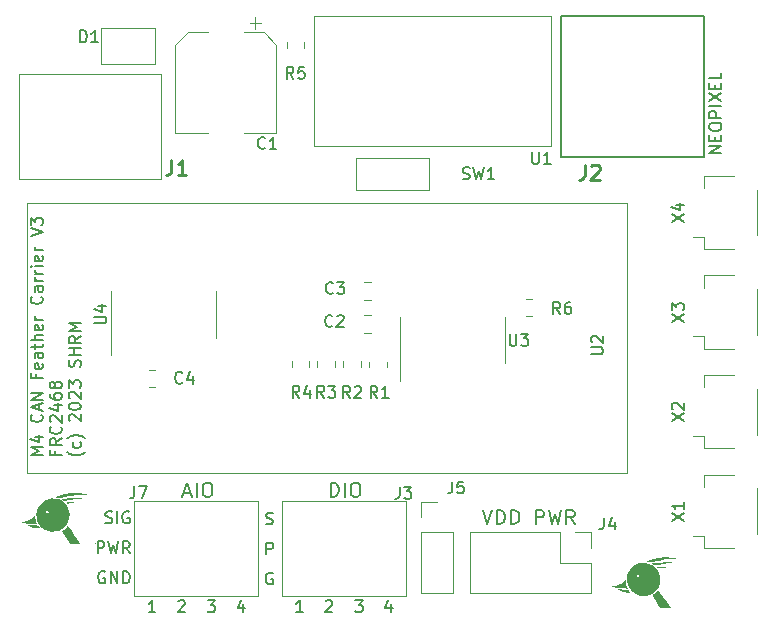
<source format=gbr>
%TF.GenerationSoftware,KiCad,Pcbnew,(6.0.8-1)-1*%
%TF.CreationDate,2023-01-29T13:44:33-06:00*%
%TF.ProjectId,M4_CAN_Feather_Carrier,4d345f43-414e-45f4-9665-61746865725f,rev?*%
%TF.SameCoordinates,Original*%
%TF.FileFunction,Legend,Top*%
%TF.FilePolarity,Positive*%
%FSLAX46Y46*%
G04 Gerber Fmt 4.6, Leading zero omitted, Abs format (unit mm)*
G04 Created by KiCad (PCBNEW (6.0.8-1)-1) date 2023-01-29 13:44:33*
%MOMM*%
%LPD*%
G01*
G04 APERTURE LIST*
%ADD10C,0.150000*%
%ADD11C,0.254000*%
%ADD12C,0.120000*%
%ADD13C,0.100000*%
%ADD14C,0.200000*%
G04 APERTURE END LIST*
D10*
X128314404Y-115724761D02*
X128457261Y-115772380D01*
X128695357Y-115772380D01*
X128790595Y-115724761D01*
X128838214Y-115677142D01*
X128885833Y-115581904D01*
X128885833Y-115486666D01*
X128838214Y-115391428D01*
X128790595Y-115343809D01*
X128695357Y-115296190D01*
X128504880Y-115248571D01*
X128409642Y-115200952D01*
X128362023Y-115153333D01*
X128314404Y-115058095D01*
X128314404Y-114962857D01*
X128362023Y-114867619D01*
X128409642Y-114820000D01*
X128504880Y-114772380D01*
X128742976Y-114772380D01*
X128885833Y-114820000D01*
X129314404Y-115772380D02*
X129314404Y-114772380D01*
X130314404Y-114820000D02*
X130219166Y-114772380D01*
X130076309Y-114772380D01*
X129933452Y-114820000D01*
X129838214Y-114915238D01*
X129790595Y-115010476D01*
X129742976Y-115200952D01*
X129742976Y-115343809D01*
X129790595Y-115534285D01*
X129838214Y-115629523D01*
X129933452Y-115724761D01*
X130076309Y-115772380D01*
X130171547Y-115772380D01*
X130314404Y-115724761D01*
X130362023Y-115677142D01*
X130362023Y-115343809D01*
X130171547Y-115343809D01*
X145035714Y-123302380D02*
X144464285Y-123302380D01*
X144750000Y-123302380D02*
X144750000Y-122302380D01*
X144654761Y-122445238D01*
X144559523Y-122540476D01*
X144464285Y-122588095D01*
X146964285Y-122397619D02*
X147011904Y-122350000D01*
X147107142Y-122302380D01*
X147345238Y-122302380D01*
X147440476Y-122350000D01*
X147488095Y-122397619D01*
X147535714Y-122492857D01*
X147535714Y-122588095D01*
X147488095Y-122730952D01*
X146916666Y-123302380D01*
X147535714Y-123302380D01*
X152490476Y-122635714D02*
X152490476Y-123302380D01*
X152252380Y-122254761D02*
X152014285Y-122969047D01*
X152633333Y-122969047D01*
X180452380Y-84433333D02*
X179452380Y-84433333D01*
X180452380Y-83861904D01*
X179452380Y-83861904D01*
X179928571Y-83385714D02*
X179928571Y-83052380D01*
X180452380Y-82909523D02*
X180452380Y-83385714D01*
X179452380Y-83385714D01*
X179452380Y-82909523D01*
X179452380Y-82290476D02*
X179452380Y-82100000D01*
X179500000Y-82004761D01*
X179595238Y-81909523D01*
X179785714Y-81861904D01*
X180119047Y-81861904D01*
X180309523Y-81909523D01*
X180404761Y-82004761D01*
X180452380Y-82100000D01*
X180452380Y-82290476D01*
X180404761Y-82385714D01*
X180309523Y-82480952D01*
X180119047Y-82528571D01*
X179785714Y-82528571D01*
X179595238Y-82480952D01*
X179500000Y-82385714D01*
X179452380Y-82290476D01*
X180452380Y-81433333D02*
X179452380Y-81433333D01*
X179452380Y-81052380D01*
X179500000Y-80957142D01*
X179547619Y-80909523D01*
X179642857Y-80861904D01*
X179785714Y-80861904D01*
X179880952Y-80909523D01*
X179928571Y-80957142D01*
X179976190Y-81052380D01*
X179976190Y-81433333D01*
X180452380Y-80433333D02*
X179452380Y-80433333D01*
X179452380Y-80052380D02*
X180452380Y-79385714D01*
X179452380Y-79385714D02*
X180452380Y-80052380D01*
X179928571Y-79004761D02*
X179928571Y-78671428D01*
X180452380Y-78528571D02*
X180452380Y-79004761D01*
X179452380Y-79004761D01*
X179452380Y-78528571D01*
X180452380Y-77623809D02*
X180452380Y-78100000D01*
X179452380Y-78100000D01*
X127647738Y-118312380D02*
X127647738Y-117312380D01*
X128028690Y-117312380D01*
X128123928Y-117360000D01*
X128171547Y-117407619D01*
X128219166Y-117502857D01*
X128219166Y-117645714D01*
X128171547Y-117740952D01*
X128123928Y-117788571D01*
X128028690Y-117836190D01*
X127647738Y-117836190D01*
X128552500Y-117312380D02*
X128790595Y-118312380D01*
X128981071Y-117598095D01*
X129171547Y-118312380D01*
X129409642Y-117312380D01*
X130362023Y-118312380D02*
X130028690Y-117836190D01*
X129790595Y-118312380D02*
X129790595Y-117312380D01*
X130171547Y-117312380D01*
X130266785Y-117360000D01*
X130314404Y-117407619D01*
X130362023Y-117502857D01*
X130362023Y-117645714D01*
X130314404Y-117740952D01*
X130266785Y-117788571D01*
X130171547Y-117836190D01*
X129790595Y-117836190D01*
X136966666Y-122302380D02*
X137585714Y-122302380D01*
X137252380Y-122683333D01*
X137395238Y-122683333D01*
X137490476Y-122730952D01*
X137538095Y-122778571D01*
X137585714Y-122873809D01*
X137585714Y-123111904D01*
X137538095Y-123207142D01*
X137490476Y-123254761D01*
X137395238Y-123302380D01*
X137109523Y-123302380D01*
X137014285Y-123254761D01*
X136966666Y-123207142D01*
X134950000Y-113200000D02*
X135521428Y-113200000D01*
X134835714Y-113542857D02*
X135235714Y-112342857D01*
X135635714Y-113542857D01*
X136035714Y-113542857D02*
X136035714Y-112342857D01*
X136835714Y-112342857D02*
X137064285Y-112342857D01*
X137178571Y-112400000D01*
X137292857Y-112514285D01*
X137350000Y-112742857D01*
X137350000Y-113142857D01*
X137292857Y-113371428D01*
X137178571Y-113485714D01*
X137064285Y-113542857D01*
X136835714Y-113542857D01*
X136721428Y-113485714D01*
X136607142Y-113371428D01*
X136550000Y-113142857D01*
X136550000Y-112742857D01*
X136607142Y-112514285D01*
X136721428Y-112400000D01*
X136835714Y-112342857D01*
X149466666Y-122302380D02*
X150085714Y-122302380D01*
X149752380Y-122683333D01*
X149895238Y-122683333D01*
X149990476Y-122730952D01*
X150038095Y-122778571D01*
X150085714Y-122873809D01*
X150085714Y-123111904D01*
X150038095Y-123207142D01*
X149990476Y-123254761D01*
X149895238Y-123302380D01*
X149609523Y-123302380D01*
X149514285Y-123254761D01*
X149466666Y-123207142D01*
X132535714Y-123302380D02*
X131964285Y-123302380D01*
X132250000Y-123302380D02*
X132250000Y-122302380D01*
X132154761Y-122445238D01*
X132059523Y-122540476D01*
X131964285Y-122588095D01*
X160257142Y-114642857D02*
X160657142Y-115842857D01*
X161057142Y-114642857D01*
X161457142Y-115842857D02*
X161457142Y-114642857D01*
X161742857Y-114642857D01*
X161914285Y-114700000D01*
X162028571Y-114814285D01*
X162085714Y-114928571D01*
X162142857Y-115157142D01*
X162142857Y-115328571D01*
X162085714Y-115557142D01*
X162028571Y-115671428D01*
X161914285Y-115785714D01*
X161742857Y-115842857D01*
X161457142Y-115842857D01*
X162657142Y-115842857D02*
X162657142Y-114642857D01*
X162942857Y-114642857D01*
X163114285Y-114700000D01*
X163228571Y-114814285D01*
X163285714Y-114928571D01*
X163342857Y-115157142D01*
X163342857Y-115328571D01*
X163285714Y-115557142D01*
X163228571Y-115671428D01*
X163114285Y-115785714D01*
X162942857Y-115842857D01*
X162657142Y-115842857D01*
X164771428Y-115842857D02*
X164771428Y-114642857D01*
X165228571Y-114642857D01*
X165342857Y-114700000D01*
X165400000Y-114757142D01*
X165457142Y-114871428D01*
X165457142Y-115042857D01*
X165400000Y-115157142D01*
X165342857Y-115214285D01*
X165228571Y-115271428D01*
X164771428Y-115271428D01*
X165857142Y-114642857D02*
X166142857Y-115842857D01*
X166371428Y-114985714D01*
X166600000Y-115842857D01*
X166885714Y-114642857D01*
X168028571Y-115842857D02*
X167628571Y-115271428D01*
X167342857Y-115842857D02*
X167342857Y-114642857D01*
X167800000Y-114642857D01*
X167914285Y-114700000D01*
X167971428Y-114757142D01*
X168028571Y-114871428D01*
X168028571Y-115042857D01*
X167971428Y-115157142D01*
X167914285Y-115214285D01*
X167800000Y-115271428D01*
X167342857Y-115271428D01*
X139990476Y-122635714D02*
X139990476Y-123302380D01*
X139752380Y-122254761D02*
X139514285Y-122969047D01*
X140133333Y-122969047D01*
X122992380Y-110014404D02*
X121992380Y-110014404D01*
X122706666Y-109681071D01*
X121992380Y-109347738D01*
X122992380Y-109347738D01*
X122325714Y-108442976D02*
X122992380Y-108442976D01*
X121944761Y-108681071D02*
X122659047Y-108919166D01*
X122659047Y-108300119D01*
X122897142Y-106585833D02*
X122944761Y-106633452D01*
X122992380Y-106776309D01*
X122992380Y-106871547D01*
X122944761Y-107014404D01*
X122849523Y-107109642D01*
X122754285Y-107157261D01*
X122563809Y-107204880D01*
X122420952Y-107204880D01*
X122230476Y-107157261D01*
X122135238Y-107109642D01*
X122040000Y-107014404D01*
X121992380Y-106871547D01*
X121992380Y-106776309D01*
X122040000Y-106633452D01*
X122087619Y-106585833D01*
X122706666Y-106204880D02*
X122706666Y-105728690D01*
X122992380Y-106300119D02*
X121992380Y-105966785D01*
X122992380Y-105633452D01*
X122992380Y-105300119D02*
X121992380Y-105300119D01*
X122992380Y-104728690D01*
X121992380Y-104728690D01*
X122468571Y-103157261D02*
X122468571Y-103490595D01*
X122992380Y-103490595D02*
X121992380Y-103490595D01*
X121992380Y-103014404D01*
X122944761Y-102252500D02*
X122992380Y-102347738D01*
X122992380Y-102538214D01*
X122944761Y-102633452D01*
X122849523Y-102681071D01*
X122468571Y-102681071D01*
X122373333Y-102633452D01*
X122325714Y-102538214D01*
X122325714Y-102347738D01*
X122373333Y-102252500D01*
X122468571Y-102204880D01*
X122563809Y-102204880D01*
X122659047Y-102681071D01*
X122992380Y-101347738D02*
X122468571Y-101347738D01*
X122373333Y-101395357D01*
X122325714Y-101490595D01*
X122325714Y-101681071D01*
X122373333Y-101776309D01*
X122944761Y-101347738D02*
X122992380Y-101442976D01*
X122992380Y-101681071D01*
X122944761Y-101776309D01*
X122849523Y-101823928D01*
X122754285Y-101823928D01*
X122659047Y-101776309D01*
X122611428Y-101681071D01*
X122611428Y-101442976D01*
X122563809Y-101347738D01*
X122325714Y-101014404D02*
X122325714Y-100633452D01*
X121992380Y-100871547D02*
X122849523Y-100871547D01*
X122944761Y-100823928D01*
X122992380Y-100728690D01*
X122992380Y-100633452D01*
X122992380Y-100300119D02*
X121992380Y-100300119D01*
X122992380Y-99871547D02*
X122468571Y-99871547D01*
X122373333Y-99919166D01*
X122325714Y-100014404D01*
X122325714Y-100157261D01*
X122373333Y-100252500D01*
X122420952Y-100300119D01*
X122944761Y-99014404D02*
X122992380Y-99109642D01*
X122992380Y-99300119D01*
X122944761Y-99395357D01*
X122849523Y-99442976D01*
X122468571Y-99442976D01*
X122373333Y-99395357D01*
X122325714Y-99300119D01*
X122325714Y-99109642D01*
X122373333Y-99014404D01*
X122468571Y-98966785D01*
X122563809Y-98966785D01*
X122659047Y-99442976D01*
X122992380Y-98538214D02*
X122325714Y-98538214D01*
X122516190Y-98538214D02*
X122420952Y-98490595D01*
X122373333Y-98442976D01*
X122325714Y-98347738D01*
X122325714Y-98252500D01*
X122897142Y-96585833D02*
X122944761Y-96633452D01*
X122992380Y-96776309D01*
X122992380Y-96871547D01*
X122944761Y-97014404D01*
X122849523Y-97109642D01*
X122754285Y-97157261D01*
X122563809Y-97204880D01*
X122420952Y-97204880D01*
X122230476Y-97157261D01*
X122135238Y-97109642D01*
X122040000Y-97014404D01*
X121992380Y-96871547D01*
X121992380Y-96776309D01*
X122040000Y-96633452D01*
X122087619Y-96585833D01*
X122992380Y-95728690D02*
X122468571Y-95728690D01*
X122373333Y-95776309D01*
X122325714Y-95871547D01*
X122325714Y-96062023D01*
X122373333Y-96157261D01*
X122944761Y-95728690D02*
X122992380Y-95823928D01*
X122992380Y-96062023D01*
X122944761Y-96157261D01*
X122849523Y-96204880D01*
X122754285Y-96204880D01*
X122659047Y-96157261D01*
X122611428Y-96062023D01*
X122611428Y-95823928D01*
X122563809Y-95728690D01*
X122992380Y-95252500D02*
X122325714Y-95252500D01*
X122516190Y-95252500D02*
X122420952Y-95204880D01*
X122373333Y-95157261D01*
X122325714Y-95062023D01*
X122325714Y-94966785D01*
X122992380Y-94633452D02*
X122325714Y-94633452D01*
X122516190Y-94633452D02*
X122420952Y-94585833D01*
X122373333Y-94538214D01*
X122325714Y-94442976D01*
X122325714Y-94347738D01*
X122992380Y-94014404D02*
X122325714Y-94014404D01*
X121992380Y-94014404D02*
X122040000Y-94062023D01*
X122087619Y-94014404D01*
X122040000Y-93966785D01*
X121992380Y-94014404D01*
X122087619Y-94014404D01*
X122944761Y-93157261D02*
X122992380Y-93252500D01*
X122992380Y-93442976D01*
X122944761Y-93538214D01*
X122849523Y-93585833D01*
X122468571Y-93585833D01*
X122373333Y-93538214D01*
X122325714Y-93442976D01*
X122325714Y-93252500D01*
X122373333Y-93157261D01*
X122468571Y-93109642D01*
X122563809Y-93109642D01*
X122659047Y-93585833D01*
X122992380Y-92681071D02*
X122325714Y-92681071D01*
X122516190Y-92681071D02*
X122420952Y-92633452D01*
X122373333Y-92585833D01*
X122325714Y-92490595D01*
X122325714Y-92395357D01*
X121992380Y-91442976D02*
X122992380Y-91109642D01*
X121992380Y-90776309D01*
X121992380Y-90538214D02*
X121992380Y-89919166D01*
X122373333Y-90252500D01*
X122373333Y-90109642D01*
X122420952Y-90014404D01*
X122468571Y-89966785D01*
X122563809Y-89919166D01*
X122801904Y-89919166D01*
X122897142Y-89966785D01*
X122944761Y-90014404D01*
X122992380Y-90109642D01*
X122992380Y-90395357D01*
X122944761Y-90490595D01*
X122897142Y-90538214D01*
X124078571Y-109681071D02*
X124078571Y-110014404D01*
X124602380Y-110014404D02*
X123602380Y-110014404D01*
X123602380Y-109538214D01*
X124602380Y-108585833D02*
X124126190Y-108919166D01*
X124602380Y-109157261D02*
X123602380Y-109157261D01*
X123602380Y-108776309D01*
X123650000Y-108681071D01*
X123697619Y-108633452D01*
X123792857Y-108585833D01*
X123935714Y-108585833D01*
X124030952Y-108633452D01*
X124078571Y-108681071D01*
X124126190Y-108776309D01*
X124126190Y-109157261D01*
X124507142Y-107585833D02*
X124554761Y-107633452D01*
X124602380Y-107776309D01*
X124602380Y-107871547D01*
X124554761Y-108014404D01*
X124459523Y-108109642D01*
X124364285Y-108157261D01*
X124173809Y-108204880D01*
X124030952Y-108204880D01*
X123840476Y-108157261D01*
X123745238Y-108109642D01*
X123650000Y-108014404D01*
X123602380Y-107871547D01*
X123602380Y-107776309D01*
X123650000Y-107633452D01*
X123697619Y-107585833D01*
X123697619Y-107204880D02*
X123650000Y-107157261D01*
X123602380Y-107062023D01*
X123602380Y-106823928D01*
X123650000Y-106728690D01*
X123697619Y-106681071D01*
X123792857Y-106633452D01*
X123888095Y-106633452D01*
X124030952Y-106681071D01*
X124602380Y-107252500D01*
X124602380Y-106633452D01*
X123935714Y-105776309D02*
X124602380Y-105776309D01*
X123554761Y-106014404D02*
X124269047Y-106252500D01*
X124269047Y-105633452D01*
X123602380Y-104823928D02*
X123602380Y-105014404D01*
X123650000Y-105109642D01*
X123697619Y-105157261D01*
X123840476Y-105252500D01*
X124030952Y-105300119D01*
X124411904Y-105300119D01*
X124507142Y-105252500D01*
X124554761Y-105204880D01*
X124602380Y-105109642D01*
X124602380Y-104919166D01*
X124554761Y-104823928D01*
X124507142Y-104776309D01*
X124411904Y-104728690D01*
X124173809Y-104728690D01*
X124078571Y-104776309D01*
X124030952Y-104823928D01*
X123983333Y-104919166D01*
X123983333Y-105109642D01*
X124030952Y-105204880D01*
X124078571Y-105252500D01*
X124173809Y-105300119D01*
X124030952Y-104157261D02*
X123983333Y-104252500D01*
X123935714Y-104300119D01*
X123840476Y-104347738D01*
X123792857Y-104347738D01*
X123697619Y-104300119D01*
X123650000Y-104252500D01*
X123602380Y-104157261D01*
X123602380Y-103966785D01*
X123650000Y-103871547D01*
X123697619Y-103823928D01*
X123792857Y-103776309D01*
X123840476Y-103776309D01*
X123935714Y-103823928D01*
X123983333Y-103871547D01*
X124030952Y-103966785D01*
X124030952Y-104157261D01*
X124078571Y-104252500D01*
X124126190Y-104300119D01*
X124221428Y-104347738D01*
X124411904Y-104347738D01*
X124507142Y-104300119D01*
X124554761Y-104252500D01*
X124602380Y-104157261D01*
X124602380Y-103966785D01*
X124554761Y-103871547D01*
X124507142Y-103823928D01*
X124411904Y-103776309D01*
X124221428Y-103776309D01*
X124126190Y-103823928D01*
X124078571Y-103871547D01*
X124030952Y-103966785D01*
X126593333Y-109728690D02*
X126545714Y-109776309D01*
X126402857Y-109871547D01*
X126307619Y-109919166D01*
X126164761Y-109966785D01*
X125926666Y-110014404D01*
X125736190Y-110014404D01*
X125498095Y-109966785D01*
X125355238Y-109919166D01*
X125260000Y-109871547D01*
X125117142Y-109776309D01*
X125069523Y-109728690D01*
X126164761Y-108919166D02*
X126212380Y-109014404D01*
X126212380Y-109204880D01*
X126164761Y-109300119D01*
X126117142Y-109347738D01*
X126021904Y-109395357D01*
X125736190Y-109395357D01*
X125640952Y-109347738D01*
X125593333Y-109300119D01*
X125545714Y-109204880D01*
X125545714Y-109014404D01*
X125593333Y-108919166D01*
X126593333Y-108585833D02*
X126545714Y-108538214D01*
X126402857Y-108442976D01*
X126307619Y-108395357D01*
X126164761Y-108347738D01*
X125926666Y-108300119D01*
X125736190Y-108300119D01*
X125498095Y-108347738D01*
X125355238Y-108395357D01*
X125260000Y-108442976D01*
X125117142Y-108538214D01*
X125069523Y-108585833D01*
X125307619Y-107109642D02*
X125260000Y-107062023D01*
X125212380Y-106966785D01*
X125212380Y-106728690D01*
X125260000Y-106633452D01*
X125307619Y-106585833D01*
X125402857Y-106538214D01*
X125498095Y-106538214D01*
X125640952Y-106585833D01*
X126212380Y-107157261D01*
X126212380Y-106538214D01*
X125212380Y-105919166D02*
X125212380Y-105823928D01*
X125260000Y-105728690D01*
X125307619Y-105681071D01*
X125402857Y-105633452D01*
X125593333Y-105585833D01*
X125831428Y-105585833D01*
X126021904Y-105633452D01*
X126117142Y-105681071D01*
X126164761Y-105728690D01*
X126212380Y-105823928D01*
X126212380Y-105919166D01*
X126164761Y-106014404D01*
X126117142Y-106062023D01*
X126021904Y-106109642D01*
X125831428Y-106157261D01*
X125593333Y-106157261D01*
X125402857Y-106109642D01*
X125307619Y-106062023D01*
X125260000Y-106014404D01*
X125212380Y-105919166D01*
X125307619Y-105204880D02*
X125260000Y-105157261D01*
X125212380Y-105062023D01*
X125212380Y-104823928D01*
X125260000Y-104728690D01*
X125307619Y-104681071D01*
X125402857Y-104633452D01*
X125498095Y-104633452D01*
X125640952Y-104681071D01*
X126212380Y-105252500D01*
X126212380Y-104633452D01*
X125212380Y-104300119D02*
X125212380Y-103681071D01*
X125593333Y-104014404D01*
X125593333Y-103871547D01*
X125640952Y-103776309D01*
X125688571Y-103728690D01*
X125783809Y-103681071D01*
X126021904Y-103681071D01*
X126117142Y-103728690D01*
X126164761Y-103776309D01*
X126212380Y-103871547D01*
X126212380Y-104157261D01*
X126164761Y-104252500D01*
X126117142Y-104300119D01*
X126164761Y-102538214D02*
X126212380Y-102395357D01*
X126212380Y-102157261D01*
X126164761Y-102062023D01*
X126117142Y-102014404D01*
X126021904Y-101966785D01*
X125926666Y-101966785D01*
X125831428Y-102014404D01*
X125783809Y-102062023D01*
X125736190Y-102157261D01*
X125688571Y-102347738D01*
X125640952Y-102442976D01*
X125593333Y-102490595D01*
X125498095Y-102538214D01*
X125402857Y-102538214D01*
X125307619Y-102490595D01*
X125260000Y-102442976D01*
X125212380Y-102347738D01*
X125212380Y-102109642D01*
X125260000Y-101966785D01*
X126212380Y-101538214D02*
X125212380Y-101538214D01*
X125688571Y-101538214D02*
X125688571Y-100966785D01*
X126212380Y-100966785D02*
X125212380Y-100966785D01*
X126212380Y-99919166D02*
X125736190Y-100252500D01*
X126212380Y-100490595D02*
X125212380Y-100490595D01*
X125212380Y-100109642D01*
X125260000Y-100014404D01*
X125307619Y-99966785D01*
X125402857Y-99919166D01*
X125545714Y-99919166D01*
X125640952Y-99966785D01*
X125688571Y-100014404D01*
X125736190Y-100109642D01*
X125736190Y-100490595D01*
X126212380Y-99490595D02*
X125212380Y-99490595D01*
X125926666Y-99157261D01*
X125212380Y-98823928D01*
X126212380Y-98823928D01*
X142461904Y-120000000D02*
X142366666Y-119952380D01*
X142223809Y-119952380D01*
X142080952Y-120000000D01*
X141985714Y-120095238D01*
X141938095Y-120190476D01*
X141890476Y-120380952D01*
X141890476Y-120523809D01*
X141938095Y-120714285D01*
X141985714Y-120809523D01*
X142080952Y-120904761D01*
X142223809Y-120952380D01*
X142319047Y-120952380D01*
X142461904Y-120904761D01*
X142509523Y-120857142D01*
X142509523Y-120523809D01*
X142319047Y-120523809D01*
X134464285Y-122397619D02*
X134511904Y-122350000D01*
X134607142Y-122302380D01*
X134845238Y-122302380D01*
X134940476Y-122350000D01*
X134988095Y-122397619D01*
X135035714Y-122492857D01*
X135035714Y-122588095D01*
X134988095Y-122730952D01*
X134416666Y-123302380D01*
X135035714Y-123302380D01*
X141938095Y-118412380D02*
X141938095Y-117412380D01*
X142319047Y-117412380D01*
X142414285Y-117460000D01*
X142461904Y-117507619D01*
X142509523Y-117602857D01*
X142509523Y-117745714D01*
X142461904Y-117840952D01*
X142414285Y-117888571D01*
X142319047Y-117936190D01*
X141938095Y-117936190D01*
X128266785Y-119900000D02*
X128171547Y-119852380D01*
X128028690Y-119852380D01*
X127885833Y-119900000D01*
X127790595Y-119995238D01*
X127742976Y-120090476D01*
X127695357Y-120280952D01*
X127695357Y-120423809D01*
X127742976Y-120614285D01*
X127790595Y-120709523D01*
X127885833Y-120804761D01*
X128028690Y-120852380D01*
X128123928Y-120852380D01*
X128266785Y-120804761D01*
X128314404Y-120757142D01*
X128314404Y-120423809D01*
X128123928Y-120423809D01*
X128742976Y-120852380D02*
X128742976Y-119852380D01*
X129314404Y-120852380D01*
X129314404Y-119852380D01*
X129790595Y-120852380D02*
X129790595Y-119852380D01*
X130028690Y-119852380D01*
X130171547Y-119900000D01*
X130266785Y-119995238D01*
X130314404Y-120090476D01*
X130362023Y-120280952D01*
X130362023Y-120423809D01*
X130314404Y-120614285D01*
X130266785Y-120709523D01*
X130171547Y-120804761D01*
X130028690Y-120852380D01*
X129790595Y-120852380D01*
X147371428Y-113542857D02*
X147371428Y-112342857D01*
X147657142Y-112342857D01*
X147828571Y-112400000D01*
X147942857Y-112514285D01*
X148000000Y-112628571D01*
X148057142Y-112857142D01*
X148057142Y-113028571D01*
X148000000Y-113257142D01*
X147942857Y-113371428D01*
X147828571Y-113485714D01*
X147657142Y-113542857D01*
X147371428Y-113542857D01*
X148571428Y-113542857D02*
X148571428Y-112342857D01*
X149371428Y-112342857D02*
X149600000Y-112342857D01*
X149714285Y-112400000D01*
X149828571Y-112514285D01*
X149885714Y-112742857D01*
X149885714Y-113142857D01*
X149828571Y-113371428D01*
X149714285Y-113485714D01*
X149600000Y-113542857D01*
X149371428Y-113542857D01*
X149257142Y-113485714D01*
X149142857Y-113371428D01*
X149085714Y-113142857D01*
X149085714Y-112742857D01*
X149142857Y-112514285D01*
X149257142Y-112400000D01*
X149371428Y-112342857D01*
X141914285Y-115824761D02*
X142057142Y-115872380D01*
X142295238Y-115872380D01*
X142390476Y-115824761D01*
X142438095Y-115777142D01*
X142485714Y-115681904D01*
X142485714Y-115586666D01*
X142438095Y-115491428D01*
X142390476Y-115443809D01*
X142295238Y-115396190D01*
X142104761Y-115348571D01*
X142009523Y-115300952D01*
X141961904Y-115253333D01*
X141914285Y-115158095D01*
X141914285Y-115062857D01*
X141961904Y-114967619D01*
X142009523Y-114920000D01*
X142104761Y-114872380D01*
X142342857Y-114872380D01*
X142485714Y-114920000D01*
%TO.C,U2*%
X169442380Y-101466904D02*
X170251904Y-101466904D01*
X170347142Y-101419285D01*
X170394761Y-101371666D01*
X170442380Y-101276428D01*
X170442380Y-101085952D01*
X170394761Y-100990714D01*
X170347142Y-100943095D01*
X170251904Y-100895476D01*
X169442380Y-100895476D01*
X169537619Y-100466904D02*
X169490000Y-100419285D01*
X169442380Y-100324047D01*
X169442380Y-100085952D01*
X169490000Y-99990714D01*
X169537619Y-99943095D01*
X169632857Y-99895476D01*
X169728095Y-99895476D01*
X169870952Y-99943095D01*
X170442380Y-100514523D01*
X170442380Y-99895476D01*
%TO.C,SW1*%
X158566666Y-86604761D02*
X158709523Y-86652380D01*
X158947619Y-86652380D01*
X159042857Y-86604761D01*
X159090476Y-86557142D01*
X159138095Y-86461904D01*
X159138095Y-86366666D01*
X159090476Y-86271428D01*
X159042857Y-86223809D01*
X158947619Y-86176190D01*
X158757142Y-86128571D01*
X158661904Y-86080952D01*
X158614285Y-86033333D01*
X158566666Y-85938095D01*
X158566666Y-85842857D01*
X158614285Y-85747619D01*
X158661904Y-85700000D01*
X158757142Y-85652380D01*
X158995238Y-85652380D01*
X159138095Y-85700000D01*
X159471428Y-85652380D02*
X159709523Y-86652380D01*
X159900000Y-85938095D01*
X160090476Y-86652380D01*
X160328571Y-85652380D01*
X161233333Y-86652380D02*
X160661904Y-86652380D01*
X160947619Y-86652380D02*
X160947619Y-85652380D01*
X160852380Y-85795238D01*
X160757142Y-85890476D01*
X160661904Y-85938095D01*
D11*
%TO.C,J1*%
X133881666Y-85017523D02*
X133881666Y-85924666D01*
X133821190Y-86106095D01*
X133700238Y-86227047D01*
X133518809Y-86287523D01*
X133397857Y-86287523D01*
X135151666Y-86287523D02*
X134425952Y-86287523D01*
X134788809Y-86287523D02*
X134788809Y-85017523D01*
X134667857Y-85198952D01*
X134546904Y-85319904D01*
X134425952Y-85380380D01*
D10*
%TO.C,C2*%
X147533333Y-99057142D02*
X147485714Y-99104761D01*
X147342857Y-99152380D01*
X147247619Y-99152380D01*
X147104761Y-99104761D01*
X147009523Y-99009523D01*
X146961904Y-98914285D01*
X146914285Y-98723809D01*
X146914285Y-98580952D01*
X146961904Y-98390476D01*
X147009523Y-98295238D01*
X147104761Y-98200000D01*
X147247619Y-98152380D01*
X147342857Y-98152380D01*
X147485714Y-98200000D01*
X147533333Y-98247619D01*
X147914285Y-98247619D02*
X147961904Y-98200000D01*
X148057142Y-98152380D01*
X148295238Y-98152380D01*
X148390476Y-98200000D01*
X148438095Y-98247619D01*
X148485714Y-98342857D01*
X148485714Y-98438095D01*
X148438095Y-98580952D01*
X147866666Y-99152380D01*
X148485714Y-99152380D01*
%TO.C,J7*%
X130766666Y-112652380D02*
X130766666Y-113366666D01*
X130719047Y-113509523D01*
X130623809Y-113604761D01*
X130480952Y-113652380D01*
X130385714Y-113652380D01*
X131147619Y-112652380D02*
X131814285Y-112652380D01*
X131385714Y-113652380D01*
%TO.C,X4*%
X176272380Y-90276190D02*
X177272380Y-89609524D01*
X176272380Y-89609524D02*
X177272380Y-90276190D01*
X176605714Y-88800000D02*
X177272380Y-88800000D01*
X176224761Y-89038095D02*
X176939047Y-89276190D01*
X176939047Y-88657143D01*
%TO.C,C3*%
X147583333Y-96257142D02*
X147535714Y-96304761D01*
X147392857Y-96352380D01*
X147297619Y-96352380D01*
X147154761Y-96304761D01*
X147059523Y-96209523D01*
X147011904Y-96114285D01*
X146964285Y-95923809D01*
X146964285Y-95780952D01*
X147011904Y-95590476D01*
X147059523Y-95495238D01*
X147154761Y-95400000D01*
X147297619Y-95352380D01*
X147392857Y-95352380D01*
X147535714Y-95400000D01*
X147583333Y-95447619D01*
X147916666Y-95352380D02*
X148535714Y-95352380D01*
X148202380Y-95733333D01*
X148345238Y-95733333D01*
X148440476Y-95780952D01*
X148488095Y-95828571D01*
X148535714Y-95923809D01*
X148535714Y-96161904D01*
X148488095Y-96257142D01*
X148440476Y-96304761D01*
X148345238Y-96352380D01*
X148059523Y-96352380D01*
X147964285Y-96304761D01*
X147916666Y-96257142D01*
%TO.C,C1*%
X141833333Y-83999642D02*
X141785714Y-84047261D01*
X141642857Y-84094880D01*
X141547619Y-84094880D01*
X141404761Y-84047261D01*
X141309523Y-83952023D01*
X141261904Y-83856785D01*
X141214285Y-83666309D01*
X141214285Y-83523452D01*
X141261904Y-83332976D01*
X141309523Y-83237738D01*
X141404761Y-83142500D01*
X141547619Y-83094880D01*
X141642857Y-83094880D01*
X141785714Y-83142500D01*
X141833333Y-83190119D01*
X142785714Y-84094880D02*
X142214285Y-84094880D01*
X142500000Y-84094880D02*
X142500000Y-83094880D01*
X142404761Y-83237738D01*
X142309523Y-83332976D01*
X142214285Y-83380595D01*
%TO.C,X2*%
X176272380Y-107142856D02*
X177272380Y-106476190D01*
X176272380Y-106476190D02*
X177272380Y-107142856D01*
X176367619Y-106142856D02*
X176320000Y-106095237D01*
X176272380Y-105999999D01*
X176272380Y-105761904D01*
X176320000Y-105666666D01*
X176367619Y-105619047D01*
X176462857Y-105571428D01*
X176558095Y-105571428D01*
X176700952Y-105619047D01*
X177272380Y-106190475D01*
X177272380Y-105571428D01*
%TO.C,R6*%
X166808333Y-98052380D02*
X166475000Y-97576190D01*
X166236904Y-98052380D02*
X166236904Y-97052380D01*
X166617857Y-97052380D01*
X166713095Y-97100000D01*
X166760714Y-97147619D01*
X166808333Y-97242857D01*
X166808333Y-97385714D01*
X166760714Y-97480952D01*
X166713095Y-97528571D01*
X166617857Y-97576190D01*
X166236904Y-97576190D01*
X167665476Y-97052380D02*
X167475000Y-97052380D01*
X167379761Y-97100000D01*
X167332142Y-97147619D01*
X167236904Y-97290476D01*
X167189285Y-97480952D01*
X167189285Y-97861904D01*
X167236904Y-97957142D01*
X167284523Y-98004761D01*
X167379761Y-98052380D01*
X167570238Y-98052380D01*
X167665476Y-98004761D01*
X167713095Y-97957142D01*
X167760714Y-97861904D01*
X167760714Y-97623809D01*
X167713095Y-97528571D01*
X167665476Y-97480952D01*
X167570238Y-97433333D01*
X167379761Y-97433333D01*
X167284523Y-97480952D01*
X167236904Y-97528571D01*
X167189285Y-97623809D01*
D11*
%TO.C,J2*%
X168876666Y-85404523D02*
X168876666Y-86311666D01*
X168816190Y-86493095D01*
X168695238Y-86614047D01*
X168513809Y-86674523D01*
X168392857Y-86674523D01*
X169420952Y-85525476D02*
X169481428Y-85465000D01*
X169602380Y-85404523D01*
X169904761Y-85404523D01*
X170025714Y-85465000D01*
X170086190Y-85525476D01*
X170146666Y-85646428D01*
X170146666Y-85767380D01*
X170086190Y-85948809D01*
X169360476Y-86674523D01*
X170146666Y-86674523D01*
D10*
%TO.C,C4*%
X134833333Y-103857142D02*
X134785714Y-103904761D01*
X134642857Y-103952380D01*
X134547619Y-103952380D01*
X134404761Y-103904761D01*
X134309523Y-103809523D01*
X134261904Y-103714285D01*
X134214285Y-103523809D01*
X134214285Y-103380952D01*
X134261904Y-103190476D01*
X134309523Y-103095238D01*
X134404761Y-103000000D01*
X134547619Y-102952380D01*
X134642857Y-102952380D01*
X134785714Y-103000000D01*
X134833333Y-103047619D01*
X135690476Y-103285714D02*
X135690476Y-103952380D01*
X135452380Y-102904761D02*
X135214285Y-103619047D01*
X135833333Y-103619047D01*
%TO.C,U3*%
X162538095Y-99752380D02*
X162538095Y-100561904D01*
X162585714Y-100657142D01*
X162633333Y-100704761D01*
X162728571Y-100752380D01*
X162919047Y-100752380D01*
X163014285Y-100704761D01*
X163061904Y-100657142D01*
X163109523Y-100561904D01*
X163109523Y-99752380D01*
X163490476Y-99752380D02*
X164109523Y-99752380D01*
X163776190Y-100133333D01*
X163919047Y-100133333D01*
X164014285Y-100180952D01*
X164061904Y-100228571D01*
X164109523Y-100323809D01*
X164109523Y-100561904D01*
X164061904Y-100657142D01*
X164014285Y-100704761D01*
X163919047Y-100752380D01*
X163633333Y-100752380D01*
X163538095Y-100704761D01*
X163490476Y-100657142D01*
%TO.C,U1*%
X164438095Y-84352380D02*
X164438095Y-85161904D01*
X164485714Y-85257142D01*
X164533333Y-85304761D01*
X164628571Y-85352380D01*
X164819047Y-85352380D01*
X164914285Y-85304761D01*
X164961904Y-85257142D01*
X165009523Y-85161904D01*
X165009523Y-84352380D01*
X166009523Y-85352380D02*
X165438095Y-85352380D01*
X165723809Y-85352380D02*
X165723809Y-84352380D01*
X165628571Y-84495238D01*
X165533333Y-84590476D01*
X165438095Y-84638095D01*
%TO.C,R2*%
X149033333Y-105152380D02*
X148700000Y-104676190D01*
X148461904Y-105152380D02*
X148461904Y-104152380D01*
X148842857Y-104152380D01*
X148938095Y-104200000D01*
X148985714Y-104247619D01*
X149033333Y-104342857D01*
X149033333Y-104485714D01*
X148985714Y-104580952D01*
X148938095Y-104628571D01*
X148842857Y-104676190D01*
X148461904Y-104676190D01*
X149414285Y-104247619D02*
X149461904Y-104200000D01*
X149557142Y-104152380D01*
X149795238Y-104152380D01*
X149890476Y-104200000D01*
X149938095Y-104247619D01*
X149985714Y-104342857D01*
X149985714Y-104438095D01*
X149938095Y-104580952D01*
X149366666Y-105152380D01*
X149985714Y-105152380D01*
%TO.C,J4*%
X170516666Y-115302380D02*
X170516666Y-116016666D01*
X170469047Y-116159523D01*
X170373809Y-116254761D01*
X170230952Y-116302380D01*
X170135714Y-116302380D01*
X171421428Y-115635714D02*
X171421428Y-116302380D01*
X171183333Y-115254761D02*
X170945238Y-115969047D01*
X171564285Y-115969047D01*
%TO.C,R1*%
X151333333Y-105164880D02*
X151000000Y-104688690D01*
X150761904Y-105164880D02*
X150761904Y-104164880D01*
X151142857Y-104164880D01*
X151238095Y-104212500D01*
X151285714Y-104260119D01*
X151333333Y-104355357D01*
X151333333Y-104498214D01*
X151285714Y-104593452D01*
X151238095Y-104641071D01*
X151142857Y-104688690D01*
X150761904Y-104688690D01*
X152285714Y-105164880D02*
X151714285Y-105164880D01*
X152000000Y-105164880D02*
X152000000Y-104164880D01*
X151904761Y-104307738D01*
X151809523Y-104402976D01*
X151714285Y-104450595D01*
%TO.C,R5*%
X144233333Y-78139880D02*
X143900000Y-77663690D01*
X143661904Y-78139880D02*
X143661904Y-77139880D01*
X144042857Y-77139880D01*
X144138095Y-77187500D01*
X144185714Y-77235119D01*
X144233333Y-77330357D01*
X144233333Y-77473214D01*
X144185714Y-77568452D01*
X144138095Y-77616071D01*
X144042857Y-77663690D01*
X143661904Y-77663690D01*
X145138095Y-77139880D02*
X144661904Y-77139880D01*
X144614285Y-77616071D01*
X144661904Y-77568452D01*
X144757142Y-77520833D01*
X144995238Y-77520833D01*
X145090476Y-77568452D01*
X145138095Y-77616071D01*
X145185714Y-77711309D01*
X145185714Y-77949404D01*
X145138095Y-78044642D01*
X145090476Y-78092261D01*
X144995238Y-78139880D01*
X144757142Y-78139880D01*
X144661904Y-78092261D01*
X144614285Y-78044642D01*
%TO.C,U4*%
X127372380Y-98861904D02*
X128181904Y-98861904D01*
X128277142Y-98814285D01*
X128324761Y-98766666D01*
X128372380Y-98671428D01*
X128372380Y-98480952D01*
X128324761Y-98385714D01*
X128277142Y-98338095D01*
X128181904Y-98290476D01*
X127372380Y-98290476D01*
X127705714Y-97385714D02*
X128372380Y-97385714D01*
X127324761Y-97623809D02*
X128039047Y-97861904D01*
X128039047Y-97242857D01*
%TO.C,J5*%
X157666666Y-112252380D02*
X157666666Y-112966666D01*
X157619047Y-113109523D01*
X157523809Y-113204761D01*
X157380952Y-113252380D01*
X157285714Y-113252380D01*
X158619047Y-112252380D02*
X158142857Y-112252380D01*
X158095238Y-112728571D01*
X158142857Y-112680952D01*
X158238095Y-112633333D01*
X158476190Y-112633333D01*
X158571428Y-112680952D01*
X158619047Y-112728571D01*
X158666666Y-112823809D01*
X158666666Y-113061904D01*
X158619047Y-113157142D01*
X158571428Y-113204761D01*
X158476190Y-113252380D01*
X158238095Y-113252380D01*
X158142857Y-113204761D01*
X158095238Y-113157142D01*
%TO.C,R3*%
X146833333Y-105139880D02*
X146500000Y-104663690D01*
X146261904Y-105139880D02*
X146261904Y-104139880D01*
X146642857Y-104139880D01*
X146738095Y-104187500D01*
X146785714Y-104235119D01*
X146833333Y-104330357D01*
X146833333Y-104473214D01*
X146785714Y-104568452D01*
X146738095Y-104616071D01*
X146642857Y-104663690D01*
X146261904Y-104663690D01*
X147166666Y-104139880D02*
X147785714Y-104139880D01*
X147452380Y-104520833D01*
X147595238Y-104520833D01*
X147690476Y-104568452D01*
X147738095Y-104616071D01*
X147785714Y-104711309D01*
X147785714Y-104949404D01*
X147738095Y-105044642D01*
X147690476Y-105092261D01*
X147595238Y-105139880D01*
X147309523Y-105139880D01*
X147214285Y-105092261D01*
X147166666Y-105044642D01*
%TO.C,X1*%
X176272380Y-115576190D02*
X177272380Y-114909524D01*
X176272380Y-114909524D02*
X177272380Y-115576190D01*
X177272380Y-114004762D02*
X177272380Y-114576190D01*
X177272380Y-114290476D02*
X176272380Y-114290476D01*
X176415238Y-114385714D01*
X176510476Y-114480952D01*
X176558095Y-114576190D01*
%TO.C,R4*%
X144733333Y-105139880D02*
X144400000Y-104663690D01*
X144161904Y-105139880D02*
X144161904Y-104139880D01*
X144542857Y-104139880D01*
X144638095Y-104187500D01*
X144685714Y-104235119D01*
X144733333Y-104330357D01*
X144733333Y-104473214D01*
X144685714Y-104568452D01*
X144638095Y-104616071D01*
X144542857Y-104663690D01*
X144161904Y-104663690D01*
X145590476Y-104473214D02*
X145590476Y-105139880D01*
X145352380Y-104092261D02*
X145114285Y-104806547D01*
X145733333Y-104806547D01*
%TO.C,D1*%
X126161904Y-75052380D02*
X126161904Y-74052380D01*
X126400000Y-74052380D01*
X126542857Y-74100000D01*
X126638095Y-74195238D01*
X126685714Y-74290476D01*
X126733333Y-74480952D01*
X126733333Y-74623809D01*
X126685714Y-74814285D01*
X126638095Y-74909523D01*
X126542857Y-75004761D01*
X126400000Y-75052380D01*
X126161904Y-75052380D01*
X127685714Y-75052380D02*
X127114285Y-75052380D01*
X127400000Y-75052380D02*
X127400000Y-74052380D01*
X127304761Y-74195238D01*
X127209523Y-74290476D01*
X127114285Y-74338095D01*
%TO.C,J3*%
X153216666Y-112702380D02*
X153216666Y-113416666D01*
X153169047Y-113559523D01*
X153073809Y-113654761D01*
X152930952Y-113702380D01*
X152835714Y-113702380D01*
X153597619Y-112702380D02*
X154216666Y-112702380D01*
X153883333Y-113083333D01*
X154026190Y-113083333D01*
X154121428Y-113130952D01*
X154169047Y-113178571D01*
X154216666Y-113273809D01*
X154216666Y-113511904D01*
X154169047Y-113607142D01*
X154121428Y-113654761D01*
X154026190Y-113702380D01*
X153740476Y-113702380D01*
X153645238Y-113654761D01*
X153597619Y-113607142D01*
%TO.C,X3*%
X176272380Y-98709523D02*
X177272380Y-98042857D01*
X176272380Y-98042857D02*
X177272380Y-98709523D01*
X176272380Y-97757142D02*
X176272380Y-97138095D01*
X176653333Y-97471428D01*
X176653333Y-97328571D01*
X176700952Y-97233333D01*
X176748571Y-97185714D01*
X176843809Y-97138095D01*
X177081904Y-97138095D01*
X177177142Y-97185714D01*
X177224761Y-97233333D01*
X177272380Y-97328571D01*
X177272380Y-97614285D01*
X177224761Y-97709523D01*
X177177142Y-97757142D01*
D12*
%TO.C,U2*%
X172500000Y-111500000D02*
X121700000Y-111500000D01*
X121700000Y-111500000D02*
X121700000Y-88640000D01*
X121700000Y-88640000D02*
X172500000Y-88640000D01*
X172500000Y-88640000D02*
X172500000Y-111500000D01*
%TO.C,SW1*%
X149500000Y-84850000D02*
X155700000Y-84850000D01*
X155700000Y-84850000D02*
X155700000Y-87550000D01*
X155700000Y-87550000D02*
X149500000Y-87550000D01*
X149500000Y-87550000D02*
X149500000Y-84850000D01*
D13*
%TO.C,J1*%
X121000000Y-77755000D02*
X121000000Y-86645000D01*
X133000000Y-77755000D02*
X121000000Y-77755000D01*
X133000000Y-86645000D02*
X133000000Y-77755000D01*
X121000000Y-86645000D02*
X133000000Y-86645000D01*
D12*
%TO.C,C2*%
X150761252Y-98165000D02*
X150238748Y-98165000D01*
X150761252Y-99635000D02*
X150238748Y-99635000D01*
%TO.C,J7*%
X130750000Y-113905000D02*
X141250000Y-113905000D01*
X141250000Y-113905000D02*
X141250000Y-121905000D01*
X141250000Y-121905000D02*
X130750000Y-121905000D01*
X130750000Y-121905000D02*
X130750000Y-113905000D01*
%TO.C,X4*%
X183485000Y-91406667D02*
X183485000Y-87526667D01*
X181515000Y-92576667D02*
X179015000Y-92576667D01*
X181515000Y-86356667D02*
X179015000Y-86356667D01*
X179015000Y-92576667D02*
X179015000Y-91526667D01*
X179015000Y-86356667D02*
X179015000Y-87406667D01*
X179015000Y-91526667D02*
X178025000Y-91526667D01*
%TO.C,C3*%
X150761252Y-95365000D02*
X150238748Y-95365000D01*
X150761252Y-96835000D02*
X150238748Y-96835000D01*
%TO.C,C1*%
X135304437Y-74182500D02*
X136990000Y-74182500D01*
X134240000Y-75246937D02*
X134240000Y-82702500D01*
X135304437Y-74182500D02*
X134240000Y-75246937D01*
X141510000Y-73442500D02*
X140510000Y-73442500D01*
X142760000Y-82702500D02*
X140010000Y-82702500D01*
X141695563Y-74182500D02*
X142760000Y-75246937D01*
X134240000Y-82702500D02*
X136990000Y-82702500D01*
X141010000Y-72942500D02*
X141010000Y-73942500D01*
X142760000Y-75246937D02*
X142760000Y-82702500D01*
X141695563Y-74182500D02*
X140010000Y-74182500D01*
%TO.C,X2*%
X183485000Y-108273333D02*
X183485000Y-104393333D01*
X181515000Y-109443333D02*
X179015000Y-109443333D01*
X181515000Y-103223333D02*
X179015000Y-103223333D01*
X179015000Y-109443333D02*
X179015000Y-108393333D01*
X179015000Y-103223333D02*
X179015000Y-104273333D01*
X179015000Y-108393333D02*
X178025000Y-108393333D01*
%TO.C,R6*%
X163960436Y-96765000D02*
X164414564Y-96765000D01*
X163960436Y-98235000D02*
X164414564Y-98235000D01*
D14*
%TO.C,J2*%
X178954000Y-84800000D02*
X166846000Y-84800000D01*
X166846000Y-84800000D02*
X166846000Y-72800000D01*
X166846000Y-72800000D02*
X178954000Y-72800000D01*
X178954000Y-72800000D02*
X178954000Y-84800000D01*
D12*
%TO.C,C4*%
X132511252Y-102765000D02*
X131988748Y-102765000D01*
X132511252Y-104235000D02*
X131988748Y-104235000D01*
%TO.C,U3*%
X153260000Y-100265000D02*
X153260000Y-98315000D01*
X162130000Y-100265000D02*
X162130000Y-98315000D01*
X153260000Y-100265000D02*
X153260000Y-103715000D01*
X162130000Y-100265000D02*
X162130000Y-102215000D01*
%TO.C,U1*%
X146000000Y-72800000D02*
X166000000Y-72800000D01*
X166000000Y-72800000D02*
X166000000Y-83800000D01*
X166000000Y-83800000D02*
X146000000Y-83800000D01*
X146000000Y-83800000D02*
X146000000Y-72800000D01*
%TO.C,R2*%
X149935000Y-102072936D02*
X149935000Y-102527064D01*
X148465000Y-102072936D02*
X148465000Y-102527064D01*
%TO.C,J4*%
X166830000Y-119105000D02*
X169430000Y-119105000D01*
X168100000Y-116505000D02*
X169430000Y-116505000D01*
X169430000Y-121705000D02*
X159150000Y-121705000D01*
X159150000Y-116505000D02*
X159150000Y-121705000D01*
X166830000Y-116505000D02*
X159150000Y-116505000D01*
X166830000Y-116505000D02*
X166830000Y-119105000D01*
X169430000Y-116505000D02*
X169430000Y-117835000D01*
X169430000Y-119105000D02*
X169430000Y-121705000D01*
%TO.C,R1*%
X152135000Y-102085436D02*
X152135000Y-102539564D01*
X150665000Y-102085436D02*
X150665000Y-102539564D01*
%TO.C,R5*%
X143665000Y-75514564D02*
X143665000Y-75060436D01*
X145135000Y-75514564D02*
X145135000Y-75060436D01*
%TO.C,U4*%
X128765000Y-98100000D02*
X128765000Y-96150000D01*
X137635000Y-98100000D02*
X137635000Y-96150000D01*
X128765000Y-98100000D02*
X128765000Y-101550000D01*
X137635000Y-98100000D02*
X137635000Y-100050000D01*
%TO.C,J5*%
X155070000Y-121695000D02*
X157730000Y-121695000D01*
X155070000Y-116555000D02*
X155070000Y-121695000D01*
X155070000Y-115285000D02*
X155070000Y-113955000D01*
X157730000Y-116555000D02*
X157730000Y-121695000D01*
X155070000Y-113955000D02*
X156400000Y-113955000D01*
X155070000Y-116555000D02*
X157730000Y-116555000D01*
%TO.C,R3*%
X147735000Y-102072936D02*
X147735000Y-102527064D01*
X146265000Y-102072936D02*
X146265000Y-102527064D01*
%TO.C,X1*%
X183485000Y-116706667D02*
X183485000Y-112826667D01*
X181515000Y-117876667D02*
X179015000Y-117876667D01*
X181515000Y-111656667D02*
X179015000Y-111656667D01*
X179015000Y-117876667D02*
X179015000Y-116826667D01*
X179015000Y-111656667D02*
X179015000Y-112706667D01*
X179015000Y-116826667D02*
X178025000Y-116826667D01*
%TO.C,R4*%
X145535000Y-102072936D02*
X145535000Y-102527064D01*
X144065000Y-102072936D02*
X144065000Y-102527064D01*
%TO.C,D1*%
X132502000Y-76924000D02*
X127930000Y-76924000D01*
X127930000Y-76924000D02*
X127930000Y-73876000D01*
X127930000Y-73876000D02*
X132502000Y-73876000D01*
X132502000Y-73876000D02*
X132502000Y-76924000D01*
%TO.C,J3*%
X143300000Y-113910000D02*
X153800000Y-113910000D01*
X153800000Y-113910000D02*
X153800000Y-121910000D01*
X153800000Y-121910000D02*
X143300000Y-121910000D01*
X143300000Y-121910000D02*
X143300000Y-113910000D01*
%TO.C,X3*%
X183485000Y-99840000D02*
X183485000Y-95960000D01*
X181515000Y-101010000D02*
X179015000Y-101010000D01*
X181515000Y-94790000D02*
X179015000Y-94790000D01*
X179015000Y-101010000D02*
X179015000Y-99960000D01*
X179015000Y-94790000D02*
X179015000Y-95840000D01*
X179015000Y-99960000D02*
X178025000Y-99960000D01*
%TO.C,G\u002A\u002A\u002A*%
G36*
X176163529Y-119087044D02*
G01*
X176277994Y-119091972D01*
X176345237Y-119101824D01*
X176358740Y-119114482D01*
X176318515Y-119132057D01*
X176235846Y-119143572D01*
X176165173Y-119146192D01*
X176033659Y-119152761D01*
X175853859Y-119171233D01*
X175639396Y-119199756D01*
X175403894Y-119236481D01*
X175160978Y-119279556D01*
X175105456Y-119290173D01*
X174971232Y-119315901D01*
X174883459Y-119329074D01*
X174826174Y-119328417D01*
X174783419Y-119312651D01*
X174739233Y-119280499D01*
X174712668Y-119258740D01*
X174620405Y-119183306D01*
X174760234Y-119166828D01*
X174965192Y-119145151D01*
X175182945Y-119126433D01*
X175404917Y-119110953D01*
X175622535Y-119098994D01*
X175827225Y-119090835D01*
X176010414Y-119086758D01*
X176163529Y-119087044D01*
G37*
G36*
X171792447Y-121352201D02*
G01*
X171862909Y-121363295D01*
X171979045Y-121375428D01*
X172123168Y-121386940D01*
X172240795Y-121394266D01*
X172396951Y-121403776D01*
X172503619Y-121414330D01*
X172574693Y-121429251D01*
X172624067Y-121451860D01*
X172665632Y-121485478D01*
X172679621Y-121499171D01*
X172729776Y-121562010D01*
X172747002Y-121610599D01*
X172744695Y-121618085D01*
X172702390Y-121636206D01*
X172615036Y-121645402D01*
X172500450Y-121645105D01*
X172376450Y-121634750D01*
X172347379Y-121630722D01*
X172171209Y-121592148D01*
X172003022Y-121534097D01*
X171864444Y-121464848D01*
X171807629Y-121424087D01*
X171697316Y-121329352D01*
X171792447Y-121352201D01*
G37*
G36*
X175423233Y-119447067D02*
G01*
X175560730Y-119452404D01*
X175681621Y-119461349D01*
X175769947Y-119473534D01*
X175808521Y-119487079D01*
X175819023Y-119509359D01*
X175788199Y-119521695D01*
X175706856Y-119526547D01*
X175659526Y-119526942D01*
X175519146Y-119530427D01*
X175359184Y-119539148D01*
X175261253Y-119546967D01*
X175130632Y-119554394D01*
X175054317Y-119546030D01*
X175028178Y-119528777D01*
X175019540Y-119481402D01*
X175026355Y-119469114D01*
X175070691Y-119456359D01*
X175162254Y-119448678D01*
X175285088Y-119445702D01*
X175423233Y-119447067D01*
G37*
G36*
X172730119Y-119706077D02*
G01*
X172916595Y-119490763D01*
X173145813Y-119316639D01*
X173272525Y-119248529D01*
X173527894Y-119159910D01*
X173799812Y-119122431D01*
X174075671Y-119134375D01*
X174342865Y-119194023D01*
X174588788Y-119299657D01*
X174800834Y-119449562D01*
X174810158Y-119458038D01*
X175019832Y-119690438D01*
X175171660Y-119946625D01*
X175264415Y-120222625D01*
X175296871Y-120514464D01*
X175267802Y-120818168D01*
X175252047Y-120890262D01*
X175158848Y-121147122D01*
X175014851Y-121376312D01*
X174828424Y-121572996D01*
X174607936Y-121732337D01*
X174361758Y-121849496D01*
X174098259Y-121919637D01*
X173825807Y-121937923D01*
X173552773Y-121899516D01*
X173520662Y-121890950D01*
X173225424Y-121779540D01*
X172976184Y-121625399D01*
X172774849Y-121431020D01*
X172623328Y-121198897D01*
X172523529Y-120931521D01*
X172477362Y-120631387D01*
X172474220Y-120523931D01*
X172504223Y-120230183D01*
X172507642Y-120219356D01*
X173277944Y-120219356D01*
X173284841Y-120283793D01*
X173296484Y-120300963D01*
X173356746Y-120343031D01*
X173393821Y-120351186D01*
X173459423Y-120328312D01*
X173491158Y-120300963D01*
X173512994Y-120236574D01*
X173484432Y-120178892D01*
X173417303Y-120146861D01*
X173393821Y-120145069D01*
X173318214Y-120166798D01*
X173277944Y-120219356D01*
X172507642Y-120219356D01*
X172591092Y-119955058D01*
X172730119Y-119706077D01*
G37*
G36*
X175877634Y-118675160D02*
G01*
X176199354Y-118695246D01*
X176478638Y-118731218D01*
X176618160Y-118755652D01*
X176732738Y-118777497D01*
X176809029Y-118794096D01*
X176833677Y-118801946D01*
X176811392Y-118806648D01*
X176740418Y-118806924D01*
X176635332Y-118802779D01*
X176618648Y-118801842D01*
X176376491Y-118798711D01*
X176090713Y-118813015D01*
X175778084Y-118842829D01*
X175455376Y-118886227D01*
X175139361Y-118941283D01*
X174852497Y-119004649D01*
X174738544Y-119032387D01*
X174636995Y-119055968D01*
X174593833Y-119065324D01*
X174514235Y-119084041D01*
X174466991Y-119098159D01*
X174405679Y-119096049D01*
X174376842Y-119082924D01*
X174309482Y-119059025D01*
X174243944Y-119051547D01*
X174164888Y-119043397D01*
X174141175Y-119021951D01*
X174166764Y-118989856D01*
X174235616Y-118949762D01*
X174341690Y-118904316D01*
X174478945Y-118856167D01*
X174641341Y-118807963D01*
X174822838Y-118762354D01*
X174979003Y-118729266D01*
X175246295Y-118692142D01*
X175552893Y-118674116D01*
X175877634Y-118675160D01*
G37*
G36*
X175137270Y-121453121D02*
G01*
X175158075Y-121504896D01*
X175193384Y-121550559D01*
X175279779Y-121644312D01*
X175364021Y-121744918D01*
X175454288Y-121863249D01*
X175558760Y-122010174D01*
X175685617Y-122196563D01*
X175734506Y-122269663D01*
X175834250Y-122417382D01*
X175923212Y-122545563D01*
X175994981Y-122645253D01*
X176043145Y-122707493D01*
X176059833Y-122724178D01*
X176087290Y-122760575D01*
X176089201Y-122775789D01*
X176111461Y-122828970D01*
X176136767Y-122856305D01*
X176176630Y-122902080D01*
X176184333Y-122923608D01*
X176154570Y-122933803D01*
X176073057Y-122942178D01*
X175951453Y-122947988D01*
X175801418Y-122950484D01*
X175764170Y-122950512D01*
X175344008Y-122949587D01*
X175201311Y-122754533D01*
X175130561Y-122656296D01*
X175074738Y-122575959D01*
X175044465Y-122528861D01*
X175042759Y-122525557D01*
X175017178Y-122480665D01*
X174969805Y-122404357D01*
X174939701Y-122357497D01*
X174889685Y-122277327D01*
X174858141Y-122220543D01*
X174852497Y-122205589D01*
X174835915Y-122171465D01*
X174796065Y-122108532D01*
X174747788Y-122038676D01*
X174705929Y-121983778D01*
X174691632Y-121968415D01*
X174666051Y-121927929D01*
X174653751Y-121899050D01*
X174657925Y-121854888D01*
X174708598Y-121805243D01*
X174772017Y-121764680D01*
X174876600Y-121689783D01*
X174982759Y-121593130D01*
X175023323Y-121548651D01*
X175084204Y-121482378D01*
X175125588Y-121449448D01*
X175137270Y-121453121D01*
G37*
G36*
X172343843Y-120601334D02*
G01*
X172364751Y-120671814D01*
X172377230Y-120763709D01*
X172378656Y-120801983D01*
X172391537Y-120892614D01*
X172421969Y-120990934D01*
X172422513Y-120992245D01*
X172464074Y-121099236D01*
X172499034Y-121199438D01*
X172532132Y-121302497D01*
X172241566Y-121298086D01*
X172073506Y-121291105D01*
X171893689Y-121276657D01*
X171736569Y-121257623D01*
X171713171Y-121253901D01*
X171520675Y-121218702D01*
X171359061Y-121183219D01*
X171236736Y-121149697D01*
X171162104Y-121120384D01*
X171142385Y-121101338D01*
X171165596Y-121086211D01*
X171187901Y-121091205D01*
X171270067Y-121100820D01*
X171390052Y-121087959D01*
X171533248Y-121057283D01*
X171685048Y-121013450D01*
X171830843Y-120961120D01*
X171956026Y-120904953D01*
X172045987Y-120849606D01*
X172084428Y-120805254D01*
X172120942Y-120766853D01*
X172136726Y-120763330D01*
X172176904Y-120739155D01*
X172228352Y-120679920D01*
X172236392Y-120668290D01*
X172283253Y-120605630D01*
X172316613Y-120574127D01*
X172319898Y-120573250D01*
X172343843Y-120601334D01*
G37*
G36*
X177484457Y-122920721D02*
G01*
X177458758Y-122947976D01*
X177436892Y-122951436D01*
X177394584Y-122944651D01*
X177389326Y-122938973D01*
X177414122Y-122918526D01*
X177436892Y-122908258D01*
X177477724Y-122907599D01*
X177484457Y-122920721D01*
G37*
G36*
X126163529Y-113637044D02*
G01*
X126277994Y-113641972D01*
X126345237Y-113651824D01*
X126358740Y-113664482D01*
X126318515Y-113682057D01*
X126235846Y-113693572D01*
X126165173Y-113696192D01*
X126033659Y-113702761D01*
X125853859Y-113721233D01*
X125639396Y-113749756D01*
X125403894Y-113786481D01*
X125160978Y-113829556D01*
X125105456Y-113840173D01*
X124971232Y-113865901D01*
X124883459Y-113879074D01*
X124826174Y-113878417D01*
X124783419Y-113862651D01*
X124739233Y-113830499D01*
X124712668Y-113808740D01*
X124620405Y-113733306D01*
X124760234Y-113716828D01*
X124965192Y-113695151D01*
X125182945Y-113676433D01*
X125404917Y-113660953D01*
X125622535Y-113648994D01*
X125827225Y-113640835D01*
X126010414Y-113636758D01*
X126163529Y-113637044D01*
G37*
G36*
X121792447Y-115902201D02*
G01*
X121862909Y-115913295D01*
X121979045Y-115925428D01*
X122123168Y-115936940D01*
X122240795Y-115944266D01*
X122396951Y-115953776D01*
X122503619Y-115964330D01*
X122574693Y-115979251D01*
X122624067Y-116001860D01*
X122665632Y-116035478D01*
X122679621Y-116049171D01*
X122729776Y-116112010D01*
X122747002Y-116160599D01*
X122744695Y-116168085D01*
X122702390Y-116186206D01*
X122615036Y-116195402D01*
X122500450Y-116195105D01*
X122376450Y-116184750D01*
X122347379Y-116180722D01*
X122171209Y-116142148D01*
X122003022Y-116084097D01*
X121864444Y-116014848D01*
X121807629Y-115974087D01*
X121697316Y-115879352D01*
X121792447Y-115902201D01*
G37*
G36*
X125423233Y-113997067D02*
G01*
X125560730Y-114002404D01*
X125681621Y-114011349D01*
X125769947Y-114023534D01*
X125808521Y-114037079D01*
X125819023Y-114059359D01*
X125788199Y-114071695D01*
X125706856Y-114076547D01*
X125659526Y-114076942D01*
X125519146Y-114080427D01*
X125359184Y-114089148D01*
X125261253Y-114096967D01*
X125130632Y-114104394D01*
X125054317Y-114096030D01*
X125028178Y-114078777D01*
X125019540Y-114031402D01*
X125026355Y-114019114D01*
X125070691Y-114006359D01*
X125162254Y-113998678D01*
X125285088Y-113995702D01*
X125423233Y-113997067D01*
G37*
G36*
X122730119Y-114256077D02*
G01*
X122916595Y-114040763D01*
X123145813Y-113866639D01*
X123272525Y-113798529D01*
X123527894Y-113709910D01*
X123799812Y-113672431D01*
X124075671Y-113684375D01*
X124342865Y-113744023D01*
X124588788Y-113849657D01*
X124800834Y-113999562D01*
X124810158Y-114008038D01*
X125019832Y-114240438D01*
X125171660Y-114496625D01*
X125264415Y-114772625D01*
X125296871Y-115064464D01*
X125267802Y-115368168D01*
X125252047Y-115440262D01*
X125158848Y-115697122D01*
X125014851Y-115926312D01*
X124828424Y-116122996D01*
X124607936Y-116282337D01*
X124361758Y-116399496D01*
X124098259Y-116469637D01*
X123825807Y-116487923D01*
X123552773Y-116449516D01*
X123520662Y-116440950D01*
X123225424Y-116329540D01*
X122976184Y-116175399D01*
X122774849Y-115981020D01*
X122623328Y-115748897D01*
X122523529Y-115481521D01*
X122477362Y-115181387D01*
X122474220Y-115073931D01*
X122504223Y-114780183D01*
X122507642Y-114769356D01*
X123277944Y-114769356D01*
X123284841Y-114833793D01*
X123296484Y-114850963D01*
X123356746Y-114893031D01*
X123393821Y-114901186D01*
X123459423Y-114878312D01*
X123491158Y-114850963D01*
X123512994Y-114786574D01*
X123484432Y-114728892D01*
X123417303Y-114696861D01*
X123393821Y-114695069D01*
X123318214Y-114716798D01*
X123277944Y-114769356D01*
X122507642Y-114769356D01*
X122591092Y-114505058D01*
X122730119Y-114256077D01*
G37*
G36*
X125877634Y-113225160D02*
G01*
X126199354Y-113245246D01*
X126478638Y-113281218D01*
X126618160Y-113305652D01*
X126732738Y-113327497D01*
X126809029Y-113344096D01*
X126833677Y-113351946D01*
X126811392Y-113356648D01*
X126740418Y-113356924D01*
X126635332Y-113352779D01*
X126618648Y-113351842D01*
X126376491Y-113348711D01*
X126090713Y-113363015D01*
X125778084Y-113392829D01*
X125455376Y-113436227D01*
X125139361Y-113491283D01*
X124852497Y-113554649D01*
X124738544Y-113582387D01*
X124636995Y-113605968D01*
X124593833Y-113615324D01*
X124514235Y-113634041D01*
X124466991Y-113648159D01*
X124405679Y-113646049D01*
X124376842Y-113632924D01*
X124309482Y-113609025D01*
X124243944Y-113601547D01*
X124164888Y-113593397D01*
X124141175Y-113571951D01*
X124166764Y-113539856D01*
X124235616Y-113499762D01*
X124341690Y-113454316D01*
X124478945Y-113406167D01*
X124641341Y-113357963D01*
X124822838Y-113312354D01*
X124979003Y-113279266D01*
X125246295Y-113242142D01*
X125552893Y-113224116D01*
X125877634Y-113225160D01*
G37*
G36*
X125137270Y-116003121D02*
G01*
X125158075Y-116054896D01*
X125193384Y-116100559D01*
X125279779Y-116194312D01*
X125364021Y-116294918D01*
X125454288Y-116413249D01*
X125558760Y-116560174D01*
X125685617Y-116746563D01*
X125734506Y-116819663D01*
X125834250Y-116967382D01*
X125923212Y-117095563D01*
X125994981Y-117195253D01*
X126043145Y-117257493D01*
X126059833Y-117274178D01*
X126087290Y-117310575D01*
X126089201Y-117325789D01*
X126111461Y-117378970D01*
X126136767Y-117406305D01*
X126176630Y-117452080D01*
X126184333Y-117473608D01*
X126154570Y-117483803D01*
X126073057Y-117492178D01*
X125951453Y-117497988D01*
X125801418Y-117500484D01*
X125764170Y-117500512D01*
X125344008Y-117499587D01*
X125201311Y-117304533D01*
X125130561Y-117206296D01*
X125074738Y-117125959D01*
X125044465Y-117078861D01*
X125042759Y-117075557D01*
X125017178Y-117030665D01*
X124969805Y-116954357D01*
X124939701Y-116907497D01*
X124889685Y-116827327D01*
X124858141Y-116770543D01*
X124852497Y-116755589D01*
X124835915Y-116721465D01*
X124796065Y-116658532D01*
X124747788Y-116588676D01*
X124705929Y-116533778D01*
X124691632Y-116518415D01*
X124666051Y-116477929D01*
X124653751Y-116449050D01*
X124657925Y-116404888D01*
X124708598Y-116355243D01*
X124772017Y-116314680D01*
X124876600Y-116239783D01*
X124982759Y-116143130D01*
X125023323Y-116098651D01*
X125084204Y-116032378D01*
X125125588Y-115999448D01*
X125137270Y-116003121D01*
G37*
G36*
X122343843Y-115151334D02*
G01*
X122364751Y-115221814D01*
X122377230Y-115313709D01*
X122378656Y-115351983D01*
X122391537Y-115442614D01*
X122421969Y-115540934D01*
X122422513Y-115542245D01*
X122464074Y-115649236D01*
X122499034Y-115749438D01*
X122532132Y-115852497D01*
X122241566Y-115848086D01*
X122073506Y-115841105D01*
X121893689Y-115826657D01*
X121736569Y-115807623D01*
X121713171Y-115803901D01*
X121520675Y-115768702D01*
X121359061Y-115733219D01*
X121236736Y-115699697D01*
X121162104Y-115670384D01*
X121142385Y-115651338D01*
X121165596Y-115636211D01*
X121187901Y-115641205D01*
X121270067Y-115650820D01*
X121390052Y-115637959D01*
X121533248Y-115607283D01*
X121685048Y-115563450D01*
X121830843Y-115511120D01*
X121956026Y-115454953D01*
X122045987Y-115399606D01*
X122084428Y-115355254D01*
X122120942Y-115316853D01*
X122136726Y-115313330D01*
X122176904Y-115289155D01*
X122228352Y-115229920D01*
X122236392Y-115218290D01*
X122283253Y-115155630D01*
X122316613Y-115124127D01*
X122319898Y-115123250D01*
X122343843Y-115151334D01*
G37*
G36*
X127484457Y-117470721D02*
G01*
X127458758Y-117497976D01*
X127436892Y-117501436D01*
X127394584Y-117494651D01*
X127389326Y-117488973D01*
X127414122Y-117468526D01*
X127436892Y-117458258D01*
X127477724Y-117457599D01*
X127484457Y-117470721D01*
G37*
%TD*%
M02*

</source>
